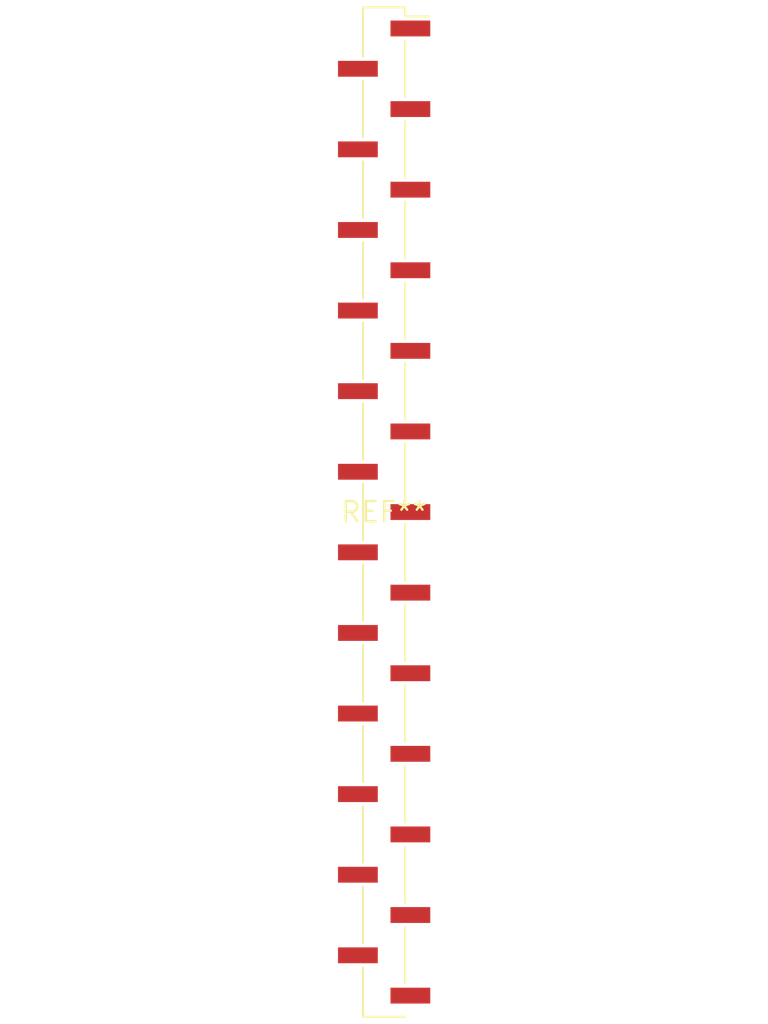
<source format=kicad_pcb>
(kicad_pcb (version 20240108) (generator pcbnew)
  (layers (0 "F.Cu" signal) (31 "B.Cu" signal) (34 "B.Paste" user) (35 "F.Paste" user) (36 "B.SilkS" user "B.Silkscreen") (37 "F.SilkS" user "F.Silkscreen") (38 "B.Mask" user) (39 "F.Mask" user) (44 "Edge.Cuts" user))
  (net 0 "")
  (footprint "PinHeader_1x25_P2.54mm_Vertical_SMD_Pin1Right" (layer "F.Cu") (at 0 0)
    (property "Reference" "REF**")
    (property "Value" "PinHeader_1x25_P2.54mm_Vertical_SMD_Pin1Right")
    (fp_line (start -1.33 -31.81) (end -1.33 -28.7) (layer "F.SilkS") (stroke (width 0.12)))
    (fp_line (start -1.33 -31.81) (end 1.33 -31.81) (layer "F.SilkS") (stroke (width 0.12)))
    (fp_line (start -1.33 -27.18) (end -1.33 -23.62) (layer "F.SilkS") (stroke (width 0.12)))
    (fp_line (start -1.33 -22.1) (end -1.33 -18.54) (layer "F.SilkS") (stroke (width 0.12)))
    (fp_line (start -1.33 -17.02) (end -1.33 -13.46) (layer "F.SilkS") (stroke (width 0.12)))
    (fp_line (start -1.33 -11.94) (end -1.33 -8.38) (layer "F.SilkS") (stroke (width 0.12)))
    (fp_line (start -1.33 -6.86) (end -1.33 -3.3) (layer "F.SilkS") (stroke (width 0.12)))
    (fp_line (start -1.33 -1.78) (end -1.33 1.78) (layer "F.SilkS") (stroke (width 0.12)))
    (fp_line (start -1.33 3.3) (end -1.33 6.86) (layer "F.SilkS") (stroke (width 0.12)))
    (fp_line (start -1.33 8.38) (end -1.33 11.94) (layer "F.SilkS") (stroke (width 0.12)))
    (fp_line (start -1.33 13.46) (end -1.33 17.02) (layer "F.SilkS") (stroke (width 0.12)))
    (fp_line (start -1.33 18.54) (end -1.33 22.1) (layer "F.SilkS") (stroke (width 0.12)))
    (fp_line (start -1.33 23.62) (end -1.33 27.18) (layer "F.SilkS") (stroke (width 0.12)))
    (fp_line (start -1.33 28.7) (end -1.33 31.81) (layer "F.SilkS") (stroke (width 0.12)))
    (fp_line (start -1.33 31.24) (end -1.33 31.81) (layer "F.SilkS") (stroke (width 0.12)))
    (fp_line (start -1.33 31.81) (end 1.33 31.81) (layer "F.SilkS") (stroke (width 0.12)))
    (fp_line (start 1.33 -31.81) (end 1.33 -31.24) (layer "F.SilkS") (stroke (width 0.12)))
    (fp_line (start 1.33 -31.24) (end 2.85 -31.24) (layer "F.SilkS") (stroke (width 0.12)))
    (fp_line (start 1.33 -29.72) (end 1.33 -26.16) (layer "F.SilkS") (stroke (width 0.12)))
    (fp_line (start 1.33 -24.64) (end 1.33 -21.08) (layer "F.SilkS") (stroke (width 0.12)))
    (fp_line (start 1.33 -19.56) (end 1.33 -16) (layer "F.SilkS") (stroke (width 0.12)))
    (fp_line (start 1.33 -14.48) (end 1.33 -10.92) (layer "F.SilkS") (stroke (width 0.12)))
    (fp_line (start 1.33 -9.4) (end 1.33 -5.84) (layer "F.SilkS") (stroke (width 0.12)))
    (fp_line (start 1.33 -4.32) (end 1.33 -0.76) (layer "F.SilkS") (stroke (width 0.12)))
    (fp_line (start 1.33 0.76) (end 1.33 4.32) (layer "F.SilkS") (stroke (width 0.12)))
    (fp_line (start 1.33 5.84) (end 1.33 9.4) (layer "F.SilkS") (stroke (width 0.12)))
    (fp_line (start 1.33 10.92) (end 1.33 14.48) (layer "F.SilkS") (stroke (width 0.12)))
    (fp_line (start 1.33 16) (end 1.33 19.56) (layer "F.SilkS") (stroke (width 0.12)))
    (fp_line (start 1.33 21.08) (end 1.33 24.64) (layer "F.SilkS") (stroke (width 0.12)))
    (fp_line (start 1.33 26.16) (end 1.33 29.72) (layer "F.SilkS") (stroke (width 0.12)))
    (pad "1" smd rect (at 1.655 -30.48) (size 2.51 1) (layers "F.Cu" "F.Paste" "F.Mask"))
    (pad "2" smd rect (at -1.655 -27.94) (size 2.51 1) (layers "F.Cu" "F.Paste" "F.Mask"))
    (pad "3" smd rect (at 1.655 -25.4) (size 2.51 1) (layers "F.Cu" "F.Paste" "F.Mask"))
    (pad "4" smd rect (at -1.655 -22.86) (size 2.51 1) (layers "F.Cu" "F.Paste" "F.Mask"))
    (pad "5" smd rect (at 1.655 -20.32) (size 2.51 1) (layers "F.Cu" "F.Paste" "F.Mask"))
    (pad "6" smd rect (at -1.655 -17.78) (size 2.51 1) (layers "F.Cu" "F.Paste" "F.Mask"))
    (pad "7" smd rect (at 1.655 -15.24) (size 2.51 1) (layers "F.Cu" "F.Paste" "F.Mask"))
    (pad "8" smd rect (at -1.655 -12.7) (size 2.51 1) (layers "F.Cu" "F.Paste" "F.Mask"))
    (pad "9" smd rect (at 1.655 -10.16) (size 2.51 1) (layers "F.Cu" "F.Paste" "F.Mask"))
    (pad "10" smd rect (at -1.655 -7.62) (size 2.51 1) (layers "F.Cu" "F.Paste" "F.Mask"))
    (pad "11" smd rect (at 1.655 -5.08) (size 2.51 1) (layers "F.Cu" "F.Paste" "F.Mask"))
    (pad "12" smd rect (at -1.655 -2.54) (size 2.51 1) (layers "F.Cu" "F.Paste" "F.Mask"))
    (pad "13" smd rect (at 1.655 0) (size 2.51 1) (layers "F.Cu" "F.Paste" "F.Mask"))
    (pad "14" smd rect (at -1.655 2.54) (size 2.51 1) (layers "F.Cu" "F.Paste" "F.Mask"))
    (pad "15" smd rect (at 1.655 5.08) (size 2.51 1) (layers "F.Cu" "F.Paste" "F.Mask"))
    (pad "16" smd rect (at -1.655 7.62) (size 2.51 1) (layers "F.Cu" "F.Paste" "F.Mask"))
    (pad "17" smd rect (at 1.655 10.16) (size 2.51 1) (layers "F.Cu" "F.Paste" "F.Mask"))
    (pad "18" smd rect (at -1.655 12.7) (size 2.51 1) (layers "F.Cu" "F.Paste" "F.Mask"))
    (pad "19" smd rect (at 1.655 15.24) (size 2.51 1) (layers "F.Cu" "F.Paste" "F.Mask"))
    (pad "20" smd rect (at -1.655 17.78) (size 2.51 1) (layers "F.Cu" "F.Paste" "F.Mask"))
    (pad "21" smd rect (at 1.655 20.32) (size 2.51 1) (layers "F.Cu" "F.Paste" "F.Mask"))
    (pad "22" smd rect (at -1.655 22.86) (size 2.51 1) (layers "F.Cu" "F.Paste" "F.Mask"))
    (pad "23" smd rect (at 1.655 25.4) (size 2.51 1) (layers "F.Cu" "F.Paste" "F.Mask"))
    (pad "24" smd rect (at -1.655 27.94) (size 2.51 1) (layers "F.Cu" "F.Paste" "F.Mask"))
    (pad "25" smd rect (at 1.655 30.48) (size 2.51 1) (layers "F.Cu" "F.Paste" "F.Mask"))
  )
)
</source>
